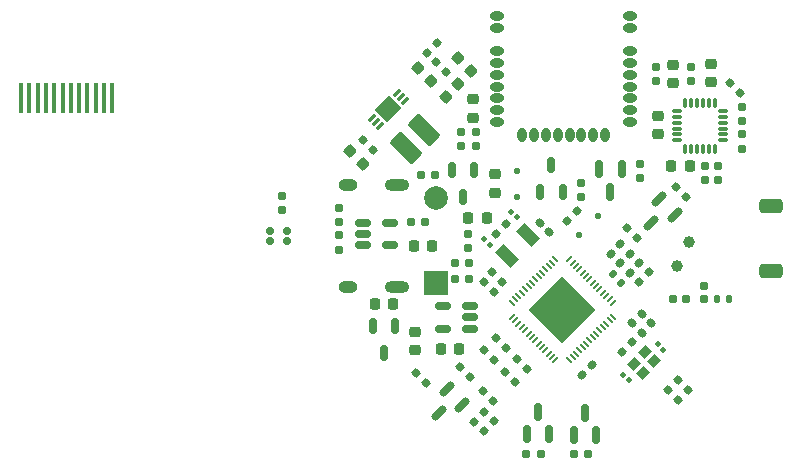
<source format=gbr>
%TF.GenerationSoftware,KiCad,Pcbnew,9.0.1-9.0.1-0~ubuntu22.04.1*%
%TF.CreationDate,2025-04-16T22:26:59+05:30*%
%TF.ProjectId,BEEWATCH MK2,42454557-4154-4434-9820-4d4b322e6b69,rev?*%
%TF.SameCoordinates,Original*%
%TF.FileFunction,Soldermask,Top*%
%TF.FilePolarity,Negative*%
%FSLAX46Y46*%
G04 Gerber Fmt 4.6, Leading zero omitted, Abs format (unit mm)*
G04 Created by KiCad (PCBNEW 9.0.1-9.0.1-0~ubuntu22.04.1) date 2025-04-16 22:26:59*
%MOMM*%
%LPD*%
G01*
G04 APERTURE LIST*
G04 Aperture macros list*
%AMRoundRect*
0 Rectangle with rounded corners*
0 $1 Rounding radius*
0 $2 $3 $4 $5 $6 $7 $8 $9 X,Y pos of 4 corners*
0 Add a 4 corners polygon primitive as box body*
4,1,4,$2,$3,$4,$5,$6,$7,$8,$9,$2,$3,0*
0 Add four circle primitives for the rounded corners*
1,1,$1+$1,$2,$3*
1,1,$1+$1,$4,$5*
1,1,$1+$1,$6,$7*
1,1,$1+$1,$8,$9*
0 Add four rect primitives between the rounded corners*
20,1,$1+$1,$2,$3,$4,$5,0*
20,1,$1+$1,$4,$5,$6,$7,0*
20,1,$1+$1,$6,$7,$8,$9,0*
20,1,$1+$1,$8,$9,$2,$3,0*%
%AMRotRect*
0 Rectangle, with rotation*
0 The origin of the aperture is its center*
0 $1 length*
0 $2 width*
0 $3 Rotation angle, in degrees counterclockwise*
0 Add horizontal line*
21,1,$1,$2,0,0,$3*%
G04 Aperture macros list end*
%ADD10RoundRect,0.225000X-0.250000X0.225000X-0.250000X-0.225000X0.250000X-0.225000X0.250000X0.225000X0*%
%ADD11RoundRect,0.075000X0.350000X0.075000X-0.350000X0.075000X-0.350000X-0.075000X0.350000X-0.075000X0*%
%ADD12RoundRect,0.075000X-0.075000X0.350000X-0.075000X-0.350000X0.075000X-0.350000X0.075000X0.350000X0*%
%ADD13RoundRect,0.150000X0.150000X-0.512500X0.150000X0.512500X-0.150000X0.512500X-0.150000X-0.512500X0*%
%ADD14RoundRect,0.160000X0.252791X-0.026517X-0.026517X0.252791X-0.252791X0.026517X0.026517X-0.252791X0*%
%ADD15RoundRect,0.125000X0.000000X0.176777X-0.176777X0.000000X0.000000X-0.176777X0.176777X0.000000X0*%
%ADD16RoundRect,0.100000X0.162635X-0.021213X-0.021213X0.162635X-0.162635X0.021213X0.021213X-0.162635X0*%
%ADD17RoundRect,0.225000X-0.225000X-0.250000X0.225000X-0.250000X0.225000X0.250000X-0.225000X0.250000X0*%
%ADD18RoundRect,0.160000X-0.160000X0.197500X-0.160000X-0.197500X0.160000X-0.197500X0.160000X0.197500X0*%
%ADD19RoundRect,0.150000X0.150000X-0.587500X0.150000X0.587500X-0.150000X0.587500X-0.150000X-0.587500X0*%
%ADD20RoundRect,0.150000X0.309359X0.521491X-0.521491X-0.309359X-0.309359X-0.521491X0.521491X0.309359X0*%
%ADD21RoundRect,0.150000X0.512500X0.150000X-0.512500X0.150000X-0.512500X-0.150000X0.512500X-0.150000X0*%
%ADD22RoundRect,0.160000X-0.252791X0.026517X0.026517X-0.252791X0.252791X-0.026517X-0.026517X0.252791X0*%
%ADD23RoundRect,0.160000X-0.197500X-0.160000X0.197500X-0.160000X0.197500X0.160000X-0.197500X0.160000X0*%
%ADD24RoundRect,0.147500X0.226274X0.017678X0.017678X0.226274X-0.226274X-0.017678X-0.017678X-0.226274X0*%
%ADD25RoundRect,0.155000X0.259862X-0.040659X-0.040659X0.259862X-0.259862X0.040659X0.040659X-0.259862X0*%
%ADD26RoundRect,0.150000X-0.150000X0.512500X-0.150000X-0.512500X0.150000X-0.512500X0.150000X0.512500X0*%
%ADD27RoundRect,0.225000X0.250000X-0.225000X0.250000X0.225000X-0.250000X0.225000X-0.250000X-0.225000X0*%
%ADD28RoundRect,0.147500X-0.147500X-0.172500X0.147500X-0.172500X0.147500X0.172500X-0.147500X0.172500X0*%
%ADD29RoundRect,0.160000X0.160000X-0.197500X0.160000X0.197500X-0.160000X0.197500X-0.160000X-0.197500X0*%
%ADD30RoundRect,0.225000X0.335876X0.017678X0.017678X0.335876X-0.335876X-0.017678X-0.017678X-0.335876X0*%
%ADD31RoundRect,0.155000X-0.259862X0.040659X0.040659X-0.259862X0.259862X-0.040659X-0.040659X0.259862X0*%
%ADD32RoundRect,0.225000X-0.335876X-0.017678X-0.017678X-0.335876X0.335876X0.017678X0.017678X0.335876X0*%
%ADD33RoundRect,0.160000X0.197500X0.160000X-0.197500X0.160000X-0.197500X-0.160000X0.197500X-0.160000X0*%
%ADD34O,1.200000X0.800000*%
%ADD35O,0.800000X1.200000*%
%ADD36C,1.000000*%
%ADD37RoundRect,0.150000X-0.512500X-0.150000X0.512500X-0.150000X0.512500X0.150000X-0.512500X0.150000X0*%
%ADD38RoundRect,0.160000X0.026517X0.252791X-0.252791X-0.026517X-0.026517X-0.252791X0.252791X0.026517X0*%
%ADD39RoundRect,0.155000X0.212500X0.155000X-0.212500X0.155000X-0.212500X-0.155000X0.212500X-0.155000X0*%
%ADD40RoundRect,0.160000X-0.026517X-0.252791X0.252791X0.026517X0.026517X0.252791X-0.252791X-0.026517X0*%
%ADD41RoundRect,0.249999X0.459619X-1.096017X1.096017X-0.459619X-0.459619X1.096017X-1.096017X0.459619X0*%
%ADD42RoundRect,0.225000X-0.017678X0.335876X-0.335876X0.017678X0.017678X-0.335876X0.335876X-0.017678X0*%
%ADD43RoundRect,0.125000X0.125000X-0.125000X0.125000X0.125000X-0.125000X0.125000X-0.125000X-0.125000X0*%
%ADD44RoundRect,0.155000X0.040659X0.259862X-0.259862X-0.040659X-0.040659X-0.259862X0.259862X0.040659X0*%
%ADD45RoundRect,0.155000X-0.155000X0.212500X-0.155000X-0.212500X0.155000X-0.212500X0.155000X0.212500X0*%
%ADD46RoundRect,0.155000X-0.040659X-0.259862X0.259862X0.040659X0.040659X0.259862X-0.259862X-0.040659X0*%
%ADD47R,0.350000X2.500000*%
%ADD48RoundRect,0.050000X0.212132X0.282843X-0.282843X-0.212132X-0.212132X-0.282843X0.282843X0.212132X0*%
%ADD49RoundRect,0.050000X-0.212132X0.282843X-0.282843X0.212132X0.212132X-0.282843X0.282843X-0.212132X0*%
%ADD50RotRect,4.000000X4.000000X225.000000*%
%ADD51RoundRect,0.300000X-0.700000X0.300000X-0.700000X-0.300000X0.700000X-0.300000X0.700000X0.300000X0*%
%ADD52RoundRect,0.150000X-0.150000X0.587500X-0.150000X-0.587500X0.150000X-0.587500X0.150000X0.587500X0*%
%ADD53RotRect,0.900000X0.800000X45.000000*%
%ADD54RoundRect,0.150000X-0.150000X-0.200000X0.150000X-0.200000X0.150000X0.200000X-0.150000X0.200000X0*%
%ADD55RotRect,0.300000X0.800000X135.000000*%
%ADD56RotRect,1.450000X1.750000X135.000000*%
%ADD57RoundRect,0.155000X-0.212500X-0.155000X0.212500X-0.155000X0.212500X0.155000X-0.212500X0.155000X0*%
%ADD58RoundRect,0.225000X0.225000X0.250000X-0.225000X0.250000X-0.225000X-0.250000X0.225000X-0.250000X0*%
%ADD59RotRect,1.000000X1.800000X45.000000*%
%ADD60RoundRect,0.100000X-0.162635X0.021213X0.021213X-0.162635X0.162635X-0.021213X-0.021213X0.162635X0*%
%ADD61O,1.600000X1.000000*%
%ADD62O,2.100000X1.000000*%
%ADD63R,2.000000X2.000000*%
%ADD64C,2.000000*%
G04 APERTURE END LIST*
D10*
%TO.C,C14*%
X8100000Y10175000D03*
X8100000Y8625000D03*
%TD*%
D11*
%TO.C,U3*%
X13600000Y8100000D03*
X13600000Y8600000D03*
X13600000Y9100000D03*
X13600000Y9600000D03*
X13600000Y10100000D03*
X13600000Y10600000D03*
D12*
X12900000Y11300000D03*
X12400000Y11300000D03*
X11900000Y11300000D03*
X11400000Y11300000D03*
X10900000Y11300000D03*
X10400000Y11300000D03*
D11*
X9700000Y10600000D03*
X9700000Y10100000D03*
X9700000Y9600000D03*
X9700000Y9100000D03*
X9700000Y8600000D03*
X9700000Y8100000D03*
D12*
X10400000Y7400000D03*
X10900000Y7400000D03*
X11400000Y7400000D03*
X11900000Y7400000D03*
X12400000Y7400000D03*
X12900000Y7400000D03*
%TD*%
D13*
%TO.C,Q8*%
X-1887500Y3762500D03*
X12500Y3762500D03*
X-937500Y6037500D03*
%TD*%
D14*
%TO.C,R25*%
X-16077504Y7277504D03*
X-16922496Y8122496D03*
%TD*%
D15*
%TO.C,D3*%
X2977817Y1677817D03*
X1422183Y122183D03*
%TD*%
D16*
%TO.C,C4*%
X-6173726Y-726274D03*
X-6626274Y-273726D03*
%TD*%
D17*
%TO.C,C24*%
X-10275000Y-9600000D03*
X-8725000Y-9600000D03*
%TD*%
D18*
%TO.C,R12*%
X12068629Y5897500D03*
X12068629Y4702500D03*
%TD*%
D19*
%TO.C,Q6*%
X950000Y-16837500D03*
X2850000Y-16837500D03*
X1900000Y-14962500D03*
%TD*%
D20*
%TO.C,Q7*%
X9534664Y1791161D03*
X8191161Y3134664D03*
X7537087Y1137087D03*
%TD*%
D21*
%TO.C,U5*%
X-7829917Y-7850000D03*
X-7829917Y-6900000D03*
X-7829917Y-5950000D03*
X-10104917Y-5950000D03*
X-10104917Y-7850000D03*
%TD*%
D22*
%TO.C,R33*%
X9639375Y4110625D03*
X10484367Y3265633D03*
%TD*%
D23*
%TO.C,R41*%
X-11995000Y5200000D03*
X-10800000Y5200000D03*
%TD*%
D24*
%TO.C,L1*%
X4942947Y-3942947D03*
X4257053Y-3257053D03*
%TD*%
D18*
%TO.C,R14*%
X15200000Y8597500D03*
X15200000Y7402500D03*
%TD*%
D17*
%TO.C,C31*%
X-15875000Y-5800000D03*
X-14325000Y-5800000D03*
%TD*%
D25*
%TO.C,C10*%
X-1098717Y298717D03*
X-1901283Y1101283D03*
%TD*%
D16*
%TO.C,C3*%
X-3873726Y1573726D03*
X-4326274Y2026274D03*
%TD*%
D26*
%TO.C,Q3*%
X-7450000Y5575000D03*
X-9350000Y5575000D03*
X-8400000Y3300000D03*
%TD*%
D27*
%TO.C,C26*%
X-7600000Y10025000D03*
X-7600000Y11575000D03*
%TD*%
D22*
%TO.C,R7*%
X-5922496Y-3077504D03*
X-5077504Y-3922496D03*
%TD*%
D28*
%TO.C,L2*%
X13115000Y-5333185D03*
X14085000Y-5333185D03*
%TD*%
D29*
%TO.C,R50*%
X6562500Y4902500D03*
X6562500Y6097500D03*
%TD*%
D30*
%TO.C,C28*%
X-11151992Y13151992D03*
X-12248008Y14248008D03*
%TD*%
D31*
%TO.C,C6*%
X6697434Y-6597434D03*
X7500000Y-7400000D03*
%TD*%
D14*
%TO.C,R52*%
X10590452Y-13050000D03*
X9745460Y-12205008D03*
%TD*%
D32*
%TO.C,C27*%
X-8848008Y15048008D03*
X-7751992Y13951992D03*
%TD*%
D18*
%TO.C,R21*%
X-18937500Y44999D03*
X-18937500Y-1150001D03*
%TD*%
%TO.C,R11*%
X13200000Y5900000D03*
X13200000Y4705000D03*
%TD*%
D19*
%TO.C,Q5*%
X-3000000Y-16775000D03*
X-1100000Y-16775000D03*
X-2050000Y-14900000D03*
%TD*%
D33*
%TO.C,R32*%
X2197500Y-18462498D03*
X1002500Y-18462498D03*
%TD*%
D20*
%TO.C,Q9*%
X-8465336Y-14308839D03*
X-9808839Y-12965336D03*
X-10462913Y-14962913D03*
%TD*%
D14*
%TO.C,R39*%
X-4800000Y-9500000D03*
X-5644992Y-8655008D03*
%TD*%
D29*
%TO.C,R6*%
X-23730925Y2201734D03*
X-23730925Y3396734D03*
%TD*%
D32*
%TO.C,C25*%
X-18000000Y7200000D03*
X-16903984Y6103984D03*
%TD*%
D26*
%TO.C,U8*%
X-14150000Y-7662500D03*
X-16050000Y-7662500D03*
X-15100000Y-9937500D03*
%TD*%
D34*
%TO.C,U7*%
X-5500000Y15650000D03*
X-5500000Y14650000D03*
X-5500000Y13650000D03*
X-5500000Y12650000D03*
X-5500000Y11650000D03*
X-5500000Y10650000D03*
X-5500000Y9650000D03*
D35*
X-3400000Y8550000D03*
X-2400000Y8550000D03*
X-1400000Y8550000D03*
X-400000Y8550000D03*
X600000Y8550000D03*
X1600000Y8550000D03*
X2600000Y8550000D03*
X3600000Y8550000D03*
D34*
X5700000Y9650000D03*
X5700000Y10650000D03*
X5700000Y11650000D03*
X5700000Y12650000D03*
X5700000Y13650000D03*
X5700000Y14650000D03*
X5700000Y15650000D03*
X-5500000Y18650000D03*
X-5500000Y17650000D03*
X5700000Y17650000D03*
X5700000Y18650000D03*
%TD*%
D14*
%TO.C,R46*%
X-5868665Y-13957160D03*
X-6713657Y-13112168D03*
%TD*%
D29*
%TO.C,R24*%
X1562500Y3302500D03*
X1562500Y4497500D03*
%TD*%
D36*
%TO.C,TP1*%
X10700000Y-500000D03*
%TD*%
D37*
%TO.C,U4*%
X-16875000Y1099999D03*
X-16875000Y149999D03*
X-16875000Y-800001D03*
X-14600000Y-800001D03*
X-14600000Y1099999D03*
%TD*%
D38*
%TO.C,R4*%
X-4777504Y1022496D03*
X-5622496Y177504D03*
%TD*%
D39*
%TO.C,C23*%
X-7932500Y-3600000D03*
X-9067500Y-3600000D03*
%TD*%
D22*
%TO.C,R51*%
X8945460Y-13005008D03*
X9790452Y-13850000D03*
%TD*%
D14*
%TO.C,R16*%
X15022496Y12077504D03*
X14177504Y12922496D03*
%TD*%
D40*
%TO.C,R23*%
X5077504Y-9822496D03*
X5922496Y-8977504D03*
%TD*%
D16*
%TO.C,C1*%
X5600000Y-12200000D03*
X5147452Y-11747452D03*
%TD*%
D14*
%TO.C,R47*%
X-7868665Y-11957160D03*
X-8713657Y-11112168D03*
%TD*%
D22*
%TO.C,R35*%
X-3844992Y-10455008D03*
X-3000000Y-11300000D03*
%TD*%
D41*
%TO.C,L3*%
X-13242462Y7457538D03*
X-11757538Y8942462D03*
%TD*%
D22*
%TO.C,R34*%
X-4867488Y-11532512D03*
X-4022496Y-12377504D03*
%TD*%
D39*
%TO.C,C22*%
X-7932500Y-2300000D03*
X-9067500Y-2300000D03*
%TD*%
D18*
%TO.C,R42*%
X10859188Y14302273D03*
X10859188Y13107273D03*
%TD*%
D42*
%TO.C,C29*%
X-8803984Y12896016D03*
X-9900000Y11800000D03*
%TD*%
D27*
%TO.C,C15*%
X9374264Y12925000D03*
X9374264Y14475000D03*
%TD*%
D29*
%TO.C,R49*%
X-7300000Y7602500D03*
X-7300000Y8797500D03*
%TD*%
D43*
%TO.C,D2*%
X-3837500Y3300000D03*
X-3837500Y5500000D03*
%TD*%
D44*
%TO.C,C11*%
X2491735Y-10948717D03*
X1689169Y-11751283D03*
%TD*%
D17*
%TO.C,C19*%
X-12610000Y-850001D03*
X-11060000Y-850001D03*
%TD*%
D27*
%TO.C,C30*%
X-12500000Y-9675000D03*
X-12500000Y-8125000D03*
%TD*%
D29*
%TO.C,R22*%
X-18937500Y1152499D03*
X-18937500Y2347499D03*
%TD*%
D36*
%TO.C,TP2*%
X9700000Y-2500000D03*
%TD*%
D45*
%TO.C,C13*%
X12021320Y-4200000D03*
X12021320Y-5335000D03*
%TD*%
D18*
%TO.C,R28*%
X-8600000Y8795000D03*
X-8600000Y7600000D03*
%TD*%
D46*
%TO.C,C9*%
X5698717Y-3101283D03*
X6501283Y-2298717D03*
%TD*%
D27*
%TO.C,C17*%
X12600000Y13025000D03*
X12600000Y14575000D03*
%TD*%
D18*
%TO.C,R13*%
X7889339Y14302273D03*
X7889339Y13107273D03*
%TD*%
D10*
%TO.C,C20*%
X-5696078Y5216422D03*
X-5696078Y3666422D03*
%TD*%
D47*
%TO.C,DS1*%
X-45828268Y11697115D03*
X-45128268Y11697115D03*
X-44428268Y11697115D03*
X-43728268Y11697115D03*
X-43028268Y11697115D03*
X-42328268Y11697115D03*
X-41628268Y11697115D03*
X-40928268Y11697115D03*
X-40228268Y11697115D03*
X-39528268Y11697115D03*
X-38828268Y11697115D03*
X-38128268Y11697115D03*
%TD*%
D38*
%TO.C,R37*%
X1200000Y2100000D03*
X355008Y1255008D03*
%TD*%
D48*
%TO.C,U1*%
X4268448Y-5648959D03*
X3985605Y-5366117D03*
X3702763Y-5083274D03*
X3419920Y-4800431D03*
X3137077Y-4517588D03*
X2854234Y-4234746D03*
X2571392Y-3951903D03*
X2288549Y-3669060D03*
X2005706Y-3386218D03*
X1722864Y-3103375D03*
X1440021Y-2820532D03*
X1157178Y-2537689D03*
X874335Y-2254847D03*
X591493Y-1972004D03*
D49*
X-610589Y-1972004D03*
X-893431Y-2254847D03*
X-1176274Y-2537689D03*
X-1459117Y-2820532D03*
X-1741960Y-3103375D03*
X-2024802Y-3386218D03*
X-2307645Y-3669060D03*
X-2590488Y-3951903D03*
X-2873330Y-4234746D03*
X-3156173Y-4517588D03*
X-3439016Y-4800431D03*
X-3721859Y-5083274D03*
X-4004701Y-5366117D03*
X-4287544Y-5648959D03*
D48*
X-4287544Y-6851041D03*
X-4004701Y-7133883D03*
X-3721859Y-7416726D03*
X-3439016Y-7699569D03*
X-3156173Y-7982412D03*
X-2873330Y-8265254D03*
X-2590488Y-8548097D03*
X-2307645Y-8830940D03*
X-2024802Y-9113782D03*
X-1741960Y-9396625D03*
X-1459117Y-9679468D03*
X-1176274Y-9962311D03*
X-893431Y-10245153D03*
X-610589Y-10527996D03*
D49*
X591493Y-10527996D03*
X874335Y-10245153D03*
X1157178Y-9962311D03*
X1440021Y-9679468D03*
X1722864Y-9396625D03*
X2005706Y-9113782D03*
X2288549Y-8830940D03*
X2571392Y-8548097D03*
X2854234Y-8265254D03*
X3137077Y-7982412D03*
X3419920Y-7699569D03*
X3702763Y-7416726D03*
X3985605Y-7133883D03*
X4268448Y-6851041D03*
D50*
X-9548Y-6250000D03*
%TD*%
D31*
%TO.C,C5*%
X5891368Y-7381317D03*
X6693934Y-8183883D03*
%TD*%
D51*
%TO.C,AE1*%
X17650000Y-2950000D03*
X17650000Y2550000D03*
%TD*%
D40*
%TO.C,R40*%
X6500000Y-3900000D03*
X7344992Y-3055008D03*
%TD*%
D38*
%TO.C,R45*%
X-6677504Y-14877504D03*
X-7522496Y-15722496D03*
%TD*%
D46*
%TO.C,C8*%
X4898717Y-2301283D03*
X5701283Y-1498717D03*
%TD*%
D18*
%TO.C,R48*%
X-8000000Y197500D03*
X-8000000Y-997500D03*
%TD*%
D14*
%TO.C,R36*%
X6284367Y-134367D03*
X5439375Y710625D03*
%TD*%
D52*
%TO.C,Q4*%
X5012500Y5637500D03*
X3112500Y5637500D03*
X4062500Y3762500D03*
%TD*%
D33*
%TO.C,R31*%
X-1852500Y-18437500D03*
X-3047500Y-18437500D03*
%TD*%
D22*
%TO.C,R8*%
X-6622496Y-3877504D03*
X-5777504Y-4722496D03*
%TD*%
%TO.C,R27*%
X-10722496Y14722496D03*
X-9877504Y13877504D03*
%TD*%
D29*
%TO.C,R15*%
X15200000Y9700000D03*
X15200000Y10895000D03*
%TD*%
D53*
%TO.C,Y1*%
X6793934Y-11583883D03*
X7783883Y-10593934D03*
X7006066Y-9816117D03*
X6016117Y-10806066D03*
%TD*%
D14*
%TO.C,R38*%
X-5800000Y-10500000D03*
X-6644992Y-9655008D03*
%TD*%
D38*
%TO.C,R26*%
X-10655008Y16344992D03*
X-11500000Y15500000D03*
%TD*%
D54*
%TO.C,D1*%
X-23280925Y451734D03*
X-24780925Y451734D03*
X-24780925Y-448266D03*
X-23280925Y-448266D03*
%TD*%
D55*
%TO.C,U2*%
X-16164717Y10023223D03*
X-15811163Y9669670D03*
X-15457610Y9316116D03*
X-13336289Y11437437D03*
X-13689843Y11790990D03*
X-14043396Y12144544D03*
D56*
X-14750503Y10730330D03*
%TD*%
D38*
%TO.C,R44*%
X-5777504Y-15677504D03*
X-6622496Y-16522496D03*
%TD*%
D57*
%TO.C,C12*%
X9332500Y-5333185D03*
X10467500Y-5333185D03*
%TD*%
D58*
%TO.C,C16*%
X10775000Y5900000D03*
X9225000Y5900000D03*
%TD*%
D23*
%TO.C,R20*%
X-12832500Y1149999D03*
X-11637500Y1149999D03*
%TD*%
D46*
%TO.C,C7*%
X4098717Y-1501283D03*
X4901283Y-698717D03*
%TD*%
D59*
%TO.C,Y2*%
X-4683883Y-1683883D03*
X-2916117Y83883D03*
%TD*%
D60*
%TO.C,C2*%
X8073726Y-9173726D03*
X8526274Y-9626274D03*
%TD*%
D14*
%TO.C,R43*%
X-11577504Y-12422496D03*
X-12422496Y-11577504D03*
%TD*%
D17*
%TO.C,C21*%
X-7975000Y1500000D03*
X-6425000Y1500000D03*
%TD*%
D61*
%TO.C,J1*%
X-18175000Y-4320000D03*
D62*
X-13995000Y-4320000D03*
D61*
X-18175000Y4320000D03*
D62*
X-13995000Y4320000D03*
%TD*%
D63*
%TO.C,BT1*%
X-10700000Y-4000000D03*
D64*
X-10700000Y3200000D03*
%TD*%
M02*

</source>
